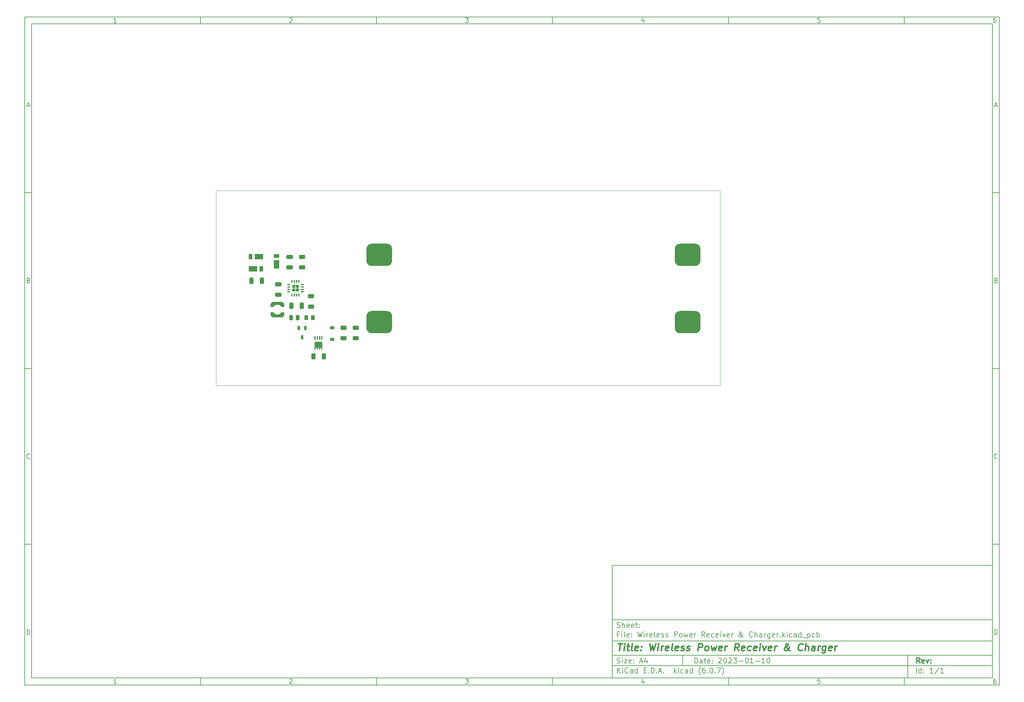
<source format=gbr>
%TF.GenerationSoftware,KiCad,Pcbnew,(6.0.7)*%
%TF.CreationDate,2023-01-12T19:29:25+03:00*%
%TF.ProjectId,Wireless Power Receiver & Charger,57697265-6c65-4737-9320-506f77657220,rev?*%
%TF.SameCoordinates,Original*%
%TF.FileFunction,Paste,Top*%
%TF.FilePolarity,Positive*%
%FSLAX46Y46*%
G04 Gerber Fmt 4.6, Leading zero omitted, Abs format (unit mm)*
G04 Created by KiCad (PCBNEW (6.0.7)) date 2023-01-12 19:29:25*
%MOMM*%
%LPD*%
G01*
G04 APERTURE LIST*
G04 Aperture macros list*
%AMRoundRect*
0 Rectangle with rounded corners*
0 $1 Rounding radius*
0 $2 $3 $4 $5 $6 $7 $8 $9 X,Y pos of 4 corners*
0 Add a 4 corners polygon primitive as box body*
4,1,4,$2,$3,$4,$5,$6,$7,$8,$9,$2,$3,0*
0 Add four circle primitives for the rounded corners*
1,1,$1+$1,$2,$3*
1,1,$1+$1,$4,$5*
1,1,$1+$1,$6,$7*
1,1,$1+$1,$8,$9*
0 Add four rect primitives between the rounded corners*
20,1,$1+$1,$2,$3,$4,$5,0*
20,1,$1+$1,$4,$5,$6,$7,0*
20,1,$1+$1,$6,$7,$8,$9,0*
20,1,$1+$1,$8,$9,$2,$3,0*%
%AMFreePoly0*
4,1,11,1.015000,1.170000,0.435000,0.575000,0.435000,-0.575000,1.015000,-1.170000,1.015000,-1.945000,0.125000,-1.945000,-0.435000,-1.395000,-0.435000,1.395000,0.125000,1.945000,1.015000,1.945000,1.015000,1.170000,1.015000,1.170000,$1*%
%AMFreePoly1*
4,1,11,0.435000,1.395000,0.435000,-1.395000,-0.125000,-1.945000,-1.015000,-1.945000,-1.015000,-1.170000,-0.435000,-0.575000,-0.435000,0.575000,-1.015000,1.170000,-1.015000,1.945000,-0.125000,1.945000,0.435000,1.395000,0.435000,1.395000,$1*%
G04 Aperture macros list end*
%ADD10C,0.100000*%
%ADD11C,0.150000*%
%ADD12C,0.300000*%
%ADD13C,0.400000*%
%TA.AperFunction,Profile*%
%ADD14C,0.100000*%
%TD*%
%ADD15R,2.400000X1.500000*%
%ADD16R,1.050000X1.500000*%
%ADD17RoundRect,0.250000X-0.650000X0.325000X-0.650000X-0.325000X0.650000X-0.325000X0.650000X0.325000X0*%
%ADD18RoundRect,0.250000X0.312500X0.625000X-0.312500X0.625000X-0.312500X-0.625000X0.312500X-0.625000X0*%
%ADD19RoundRect,0.227500X-0.227500X-0.227500X0.227500X-0.227500X0.227500X0.227500X-0.227500X0.227500X0*%
%ADD20RoundRect,0.075000X-0.350000X-0.075000X0.350000X-0.075000X0.350000X0.075000X-0.350000X0.075000X0*%
%ADD21RoundRect,0.075000X-0.075000X-0.350000X0.075000X-0.350000X0.075000X0.350000X-0.075000X0.350000X0*%
%ADD22R,0.650000X1.220000*%
%ADD23RoundRect,0.250000X-0.625000X0.312500X-0.625000X-0.312500X0.625000X-0.312500X0.625000X0.312500X0*%
%ADD24FreePoly0,270.000000*%
%ADD25FreePoly1,270.000000*%
%ADD26R,1.500000X2.400000*%
%ADD27R,1.500000X1.050000*%
%ADD28RoundRect,0.250000X0.650000X-0.325000X0.650000X0.325000X-0.650000X0.325000X-0.650000X-0.325000X0*%
%ADD29RoundRect,0.250000X0.325000X0.650000X-0.325000X0.650000X-0.325000X-0.650000X0.325000X-0.650000X0*%
%ADD30RoundRect,0.250000X0.625000X-0.312500X0.625000X0.312500X-0.625000X0.312500X-0.625000X-0.312500X0*%
%ADD31RoundRect,1.587500X-2.082500X-1.587500X2.082500X-1.587500X2.082500X1.587500X-2.082500X1.587500X0*%
%ADD32RoundRect,0.250000X0.262500X0.450000X-0.262500X0.450000X-0.262500X-0.450000X0.262500X-0.450000X0*%
%ADD33RoundRect,0.250000X-0.325000X-0.650000X0.325000X-0.650000X0.325000X0.650000X-0.325000X0.650000X0*%
%ADD34R,1.200000X0.900000*%
%ADD35RoundRect,0.250000X-0.250000X-0.475000X0.250000X-0.475000X0.250000X0.475000X-0.250000X0.475000X0*%
%ADD36RoundRect,0.101250X-0.101250X0.393750X-0.101250X-0.393750X0.101250X-0.393750X0.101250X0.393750X0*%
%ADD37RoundRect,0.101250X-0.101250X0.278750X-0.101250X-0.278750X0.101250X-0.278750X0.101250X0.278750X0*%
%ADD38RoundRect,0.431250X-0.686250X0.431250X-0.686250X-0.431250X0.686250X-0.431250X0.686250X0.431250X0*%
G04 APERTURE END LIST*
D10*
D11*
X177002200Y-166007200D02*
X177002200Y-198007200D01*
X285002200Y-198007200D01*
X285002200Y-166007200D01*
X177002200Y-166007200D01*
D10*
D11*
X10000000Y-10000000D02*
X10000000Y-200007200D01*
X287002200Y-200007200D01*
X287002200Y-10000000D01*
X10000000Y-10000000D01*
D10*
D11*
X12000000Y-12000000D02*
X12000000Y-198007200D01*
X285002200Y-198007200D01*
X285002200Y-12000000D01*
X12000000Y-12000000D01*
D10*
D11*
X60000000Y-12000000D02*
X60000000Y-10000000D01*
D10*
D11*
X110000000Y-12000000D02*
X110000000Y-10000000D01*
D10*
D11*
X160000000Y-12000000D02*
X160000000Y-10000000D01*
D10*
D11*
X210000000Y-12000000D02*
X210000000Y-10000000D01*
D10*
D11*
X260000000Y-12000000D02*
X260000000Y-10000000D01*
D10*
D11*
X36065476Y-11588095D02*
X35322619Y-11588095D01*
X35694047Y-11588095D02*
X35694047Y-10288095D01*
X35570238Y-10473809D01*
X35446428Y-10597619D01*
X35322619Y-10659523D01*
D10*
D11*
X85322619Y-10411904D02*
X85384523Y-10350000D01*
X85508333Y-10288095D01*
X85817857Y-10288095D01*
X85941666Y-10350000D01*
X86003571Y-10411904D01*
X86065476Y-10535714D01*
X86065476Y-10659523D01*
X86003571Y-10845238D01*
X85260714Y-11588095D01*
X86065476Y-11588095D01*
D10*
D11*
X135260714Y-10288095D02*
X136065476Y-10288095D01*
X135632142Y-10783333D01*
X135817857Y-10783333D01*
X135941666Y-10845238D01*
X136003571Y-10907142D01*
X136065476Y-11030952D01*
X136065476Y-11340476D01*
X136003571Y-11464285D01*
X135941666Y-11526190D01*
X135817857Y-11588095D01*
X135446428Y-11588095D01*
X135322619Y-11526190D01*
X135260714Y-11464285D01*
D10*
D11*
X185941666Y-10721428D02*
X185941666Y-11588095D01*
X185632142Y-10226190D02*
X185322619Y-11154761D01*
X186127380Y-11154761D01*
D10*
D11*
X236003571Y-10288095D02*
X235384523Y-10288095D01*
X235322619Y-10907142D01*
X235384523Y-10845238D01*
X235508333Y-10783333D01*
X235817857Y-10783333D01*
X235941666Y-10845238D01*
X236003571Y-10907142D01*
X236065476Y-11030952D01*
X236065476Y-11340476D01*
X236003571Y-11464285D01*
X235941666Y-11526190D01*
X235817857Y-11588095D01*
X235508333Y-11588095D01*
X235384523Y-11526190D01*
X235322619Y-11464285D01*
D10*
D11*
X285941666Y-10288095D02*
X285694047Y-10288095D01*
X285570238Y-10350000D01*
X285508333Y-10411904D01*
X285384523Y-10597619D01*
X285322619Y-10845238D01*
X285322619Y-11340476D01*
X285384523Y-11464285D01*
X285446428Y-11526190D01*
X285570238Y-11588095D01*
X285817857Y-11588095D01*
X285941666Y-11526190D01*
X286003571Y-11464285D01*
X286065476Y-11340476D01*
X286065476Y-11030952D01*
X286003571Y-10907142D01*
X285941666Y-10845238D01*
X285817857Y-10783333D01*
X285570238Y-10783333D01*
X285446428Y-10845238D01*
X285384523Y-10907142D01*
X285322619Y-11030952D01*
D10*
D11*
X60000000Y-198007200D02*
X60000000Y-200007200D01*
D10*
D11*
X110000000Y-198007200D02*
X110000000Y-200007200D01*
D10*
D11*
X160000000Y-198007200D02*
X160000000Y-200007200D01*
D10*
D11*
X210000000Y-198007200D02*
X210000000Y-200007200D01*
D10*
D11*
X260000000Y-198007200D02*
X260000000Y-200007200D01*
D10*
D11*
X36065476Y-199595295D02*
X35322619Y-199595295D01*
X35694047Y-199595295D02*
X35694047Y-198295295D01*
X35570238Y-198481009D01*
X35446428Y-198604819D01*
X35322619Y-198666723D01*
D10*
D11*
X85322619Y-198419104D02*
X85384523Y-198357200D01*
X85508333Y-198295295D01*
X85817857Y-198295295D01*
X85941666Y-198357200D01*
X86003571Y-198419104D01*
X86065476Y-198542914D01*
X86065476Y-198666723D01*
X86003571Y-198852438D01*
X85260714Y-199595295D01*
X86065476Y-199595295D01*
D10*
D11*
X135260714Y-198295295D02*
X136065476Y-198295295D01*
X135632142Y-198790533D01*
X135817857Y-198790533D01*
X135941666Y-198852438D01*
X136003571Y-198914342D01*
X136065476Y-199038152D01*
X136065476Y-199347676D01*
X136003571Y-199471485D01*
X135941666Y-199533390D01*
X135817857Y-199595295D01*
X135446428Y-199595295D01*
X135322619Y-199533390D01*
X135260714Y-199471485D01*
D10*
D11*
X185941666Y-198728628D02*
X185941666Y-199595295D01*
X185632142Y-198233390D02*
X185322619Y-199161961D01*
X186127380Y-199161961D01*
D10*
D11*
X236003571Y-198295295D02*
X235384523Y-198295295D01*
X235322619Y-198914342D01*
X235384523Y-198852438D01*
X235508333Y-198790533D01*
X235817857Y-198790533D01*
X235941666Y-198852438D01*
X236003571Y-198914342D01*
X236065476Y-199038152D01*
X236065476Y-199347676D01*
X236003571Y-199471485D01*
X235941666Y-199533390D01*
X235817857Y-199595295D01*
X235508333Y-199595295D01*
X235384523Y-199533390D01*
X235322619Y-199471485D01*
D10*
D11*
X285941666Y-198295295D02*
X285694047Y-198295295D01*
X285570238Y-198357200D01*
X285508333Y-198419104D01*
X285384523Y-198604819D01*
X285322619Y-198852438D01*
X285322619Y-199347676D01*
X285384523Y-199471485D01*
X285446428Y-199533390D01*
X285570238Y-199595295D01*
X285817857Y-199595295D01*
X285941666Y-199533390D01*
X286003571Y-199471485D01*
X286065476Y-199347676D01*
X286065476Y-199038152D01*
X286003571Y-198914342D01*
X285941666Y-198852438D01*
X285817857Y-198790533D01*
X285570238Y-198790533D01*
X285446428Y-198852438D01*
X285384523Y-198914342D01*
X285322619Y-199038152D01*
D10*
D11*
X10000000Y-60000000D02*
X12000000Y-60000000D01*
D10*
D11*
X10000000Y-110000000D02*
X12000000Y-110000000D01*
D10*
D11*
X10000000Y-160000000D02*
X12000000Y-160000000D01*
D10*
D11*
X10690476Y-35216666D02*
X11309523Y-35216666D01*
X10566666Y-35588095D02*
X11000000Y-34288095D01*
X11433333Y-35588095D01*
D10*
D11*
X11092857Y-84907142D02*
X11278571Y-84969047D01*
X11340476Y-85030952D01*
X11402380Y-85154761D01*
X11402380Y-85340476D01*
X11340476Y-85464285D01*
X11278571Y-85526190D01*
X11154761Y-85588095D01*
X10659523Y-85588095D01*
X10659523Y-84288095D01*
X11092857Y-84288095D01*
X11216666Y-84350000D01*
X11278571Y-84411904D01*
X11340476Y-84535714D01*
X11340476Y-84659523D01*
X11278571Y-84783333D01*
X11216666Y-84845238D01*
X11092857Y-84907142D01*
X10659523Y-84907142D01*
D10*
D11*
X11402380Y-135464285D02*
X11340476Y-135526190D01*
X11154761Y-135588095D01*
X11030952Y-135588095D01*
X10845238Y-135526190D01*
X10721428Y-135402380D01*
X10659523Y-135278571D01*
X10597619Y-135030952D01*
X10597619Y-134845238D01*
X10659523Y-134597619D01*
X10721428Y-134473809D01*
X10845238Y-134350000D01*
X11030952Y-134288095D01*
X11154761Y-134288095D01*
X11340476Y-134350000D01*
X11402380Y-134411904D01*
D10*
D11*
X10659523Y-185588095D02*
X10659523Y-184288095D01*
X10969047Y-184288095D01*
X11154761Y-184350000D01*
X11278571Y-184473809D01*
X11340476Y-184597619D01*
X11402380Y-184845238D01*
X11402380Y-185030952D01*
X11340476Y-185278571D01*
X11278571Y-185402380D01*
X11154761Y-185526190D01*
X10969047Y-185588095D01*
X10659523Y-185588095D01*
D10*
D11*
X287002200Y-60000000D02*
X285002200Y-60000000D01*
D10*
D11*
X287002200Y-110000000D02*
X285002200Y-110000000D01*
D10*
D11*
X287002200Y-160000000D02*
X285002200Y-160000000D01*
D10*
D11*
X285692676Y-35216666D02*
X286311723Y-35216666D01*
X285568866Y-35588095D02*
X286002200Y-34288095D01*
X286435533Y-35588095D01*
D10*
D11*
X286095057Y-84907142D02*
X286280771Y-84969047D01*
X286342676Y-85030952D01*
X286404580Y-85154761D01*
X286404580Y-85340476D01*
X286342676Y-85464285D01*
X286280771Y-85526190D01*
X286156961Y-85588095D01*
X285661723Y-85588095D01*
X285661723Y-84288095D01*
X286095057Y-84288095D01*
X286218866Y-84350000D01*
X286280771Y-84411904D01*
X286342676Y-84535714D01*
X286342676Y-84659523D01*
X286280771Y-84783333D01*
X286218866Y-84845238D01*
X286095057Y-84907142D01*
X285661723Y-84907142D01*
D10*
D11*
X286404580Y-135464285D02*
X286342676Y-135526190D01*
X286156961Y-135588095D01*
X286033152Y-135588095D01*
X285847438Y-135526190D01*
X285723628Y-135402380D01*
X285661723Y-135278571D01*
X285599819Y-135030952D01*
X285599819Y-134845238D01*
X285661723Y-134597619D01*
X285723628Y-134473809D01*
X285847438Y-134350000D01*
X286033152Y-134288095D01*
X286156961Y-134288095D01*
X286342676Y-134350000D01*
X286404580Y-134411904D01*
D10*
D11*
X285661723Y-185588095D02*
X285661723Y-184288095D01*
X285971247Y-184288095D01*
X286156961Y-184350000D01*
X286280771Y-184473809D01*
X286342676Y-184597619D01*
X286404580Y-184845238D01*
X286404580Y-185030952D01*
X286342676Y-185278571D01*
X286280771Y-185402380D01*
X286156961Y-185526190D01*
X285971247Y-185588095D01*
X285661723Y-185588095D01*
D10*
D11*
X200434342Y-193785771D02*
X200434342Y-192285771D01*
X200791485Y-192285771D01*
X201005771Y-192357200D01*
X201148628Y-192500057D01*
X201220057Y-192642914D01*
X201291485Y-192928628D01*
X201291485Y-193142914D01*
X201220057Y-193428628D01*
X201148628Y-193571485D01*
X201005771Y-193714342D01*
X200791485Y-193785771D01*
X200434342Y-193785771D01*
X202577200Y-193785771D02*
X202577200Y-193000057D01*
X202505771Y-192857200D01*
X202362914Y-192785771D01*
X202077200Y-192785771D01*
X201934342Y-192857200D01*
X202577200Y-193714342D02*
X202434342Y-193785771D01*
X202077200Y-193785771D01*
X201934342Y-193714342D01*
X201862914Y-193571485D01*
X201862914Y-193428628D01*
X201934342Y-193285771D01*
X202077200Y-193214342D01*
X202434342Y-193214342D01*
X202577200Y-193142914D01*
X203077200Y-192785771D02*
X203648628Y-192785771D01*
X203291485Y-192285771D02*
X203291485Y-193571485D01*
X203362914Y-193714342D01*
X203505771Y-193785771D01*
X203648628Y-193785771D01*
X204720057Y-193714342D02*
X204577200Y-193785771D01*
X204291485Y-193785771D01*
X204148628Y-193714342D01*
X204077200Y-193571485D01*
X204077200Y-193000057D01*
X204148628Y-192857200D01*
X204291485Y-192785771D01*
X204577200Y-192785771D01*
X204720057Y-192857200D01*
X204791485Y-193000057D01*
X204791485Y-193142914D01*
X204077200Y-193285771D01*
X205434342Y-193642914D02*
X205505771Y-193714342D01*
X205434342Y-193785771D01*
X205362914Y-193714342D01*
X205434342Y-193642914D01*
X205434342Y-193785771D01*
X205434342Y-192857200D02*
X205505771Y-192928628D01*
X205434342Y-193000057D01*
X205362914Y-192928628D01*
X205434342Y-192857200D01*
X205434342Y-193000057D01*
X207220057Y-192428628D02*
X207291485Y-192357200D01*
X207434342Y-192285771D01*
X207791485Y-192285771D01*
X207934342Y-192357200D01*
X208005771Y-192428628D01*
X208077200Y-192571485D01*
X208077200Y-192714342D01*
X208005771Y-192928628D01*
X207148628Y-193785771D01*
X208077200Y-193785771D01*
X209005771Y-192285771D02*
X209148628Y-192285771D01*
X209291485Y-192357200D01*
X209362914Y-192428628D01*
X209434342Y-192571485D01*
X209505771Y-192857200D01*
X209505771Y-193214342D01*
X209434342Y-193500057D01*
X209362914Y-193642914D01*
X209291485Y-193714342D01*
X209148628Y-193785771D01*
X209005771Y-193785771D01*
X208862914Y-193714342D01*
X208791485Y-193642914D01*
X208720057Y-193500057D01*
X208648628Y-193214342D01*
X208648628Y-192857200D01*
X208720057Y-192571485D01*
X208791485Y-192428628D01*
X208862914Y-192357200D01*
X209005771Y-192285771D01*
X210077200Y-192428628D02*
X210148628Y-192357200D01*
X210291485Y-192285771D01*
X210648628Y-192285771D01*
X210791485Y-192357200D01*
X210862914Y-192428628D01*
X210934342Y-192571485D01*
X210934342Y-192714342D01*
X210862914Y-192928628D01*
X210005771Y-193785771D01*
X210934342Y-193785771D01*
X211434342Y-192285771D02*
X212362914Y-192285771D01*
X211862914Y-192857200D01*
X212077200Y-192857200D01*
X212220057Y-192928628D01*
X212291485Y-193000057D01*
X212362914Y-193142914D01*
X212362914Y-193500057D01*
X212291485Y-193642914D01*
X212220057Y-193714342D01*
X212077200Y-193785771D01*
X211648628Y-193785771D01*
X211505771Y-193714342D01*
X211434342Y-193642914D01*
X213005771Y-193214342D02*
X214148628Y-193214342D01*
X215148628Y-192285771D02*
X215291485Y-192285771D01*
X215434342Y-192357200D01*
X215505771Y-192428628D01*
X215577200Y-192571485D01*
X215648628Y-192857200D01*
X215648628Y-193214342D01*
X215577200Y-193500057D01*
X215505771Y-193642914D01*
X215434342Y-193714342D01*
X215291485Y-193785771D01*
X215148628Y-193785771D01*
X215005771Y-193714342D01*
X214934342Y-193642914D01*
X214862914Y-193500057D01*
X214791485Y-193214342D01*
X214791485Y-192857200D01*
X214862914Y-192571485D01*
X214934342Y-192428628D01*
X215005771Y-192357200D01*
X215148628Y-192285771D01*
X217077200Y-193785771D02*
X216220057Y-193785771D01*
X216648628Y-193785771D02*
X216648628Y-192285771D01*
X216505771Y-192500057D01*
X216362914Y-192642914D01*
X216220057Y-192714342D01*
X217720057Y-193214342D02*
X218862914Y-193214342D01*
X220362914Y-193785771D02*
X219505771Y-193785771D01*
X219934342Y-193785771D02*
X219934342Y-192285771D01*
X219791485Y-192500057D01*
X219648628Y-192642914D01*
X219505771Y-192714342D01*
X221291485Y-192285771D02*
X221434342Y-192285771D01*
X221577200Y-192357200D01*
X221648628Y-192428628D01*
X221720057Y-192571485D01*
X221791485Y-192857200D01*
X221791485Y-193214342D01*
X221720057Y-193500057D01*
X221648628Y-193642914D01*
X221577200Y-193714342D01*
X221434342Y-193785771D01*
X221291485Y-193785771D01*
X221148628Y-193714342D01*
X221077200Y-193642914D01*
X221005771Y-193500057D01*
X220934342Y-193214342D01*
X220934342Y-192857200D01*
X221005771Y-192571485D01*
X221077200Y-192428628D01*
X221148628Y-192357200D01*
X221291485Y-192285771D01*
D10*
D11*
X177002200Y-194507200D02*
X285002200Y-194507200D01*
D10*
D11*
X178434342Y-196585771D02*
X178434342Y-195085771D01*
X179291485Y-196585771D02*
X178648628Y-195728628D01*
X179291485Y-195085771D02*
X178434342Y-195942914D01*
X179934342Y-196585771D02*
X179934342Y-195585771D01*
X179934342Y-195085771D02*
X179862914Y-195157200D01*
X179934342Y-195228628D01*
X180005771Y-195157200D01*
X179934342Y-195085771D01*
X179934342Y-195228628D01*
X181505771Y-196442914D02*
X181434342Y-196514342D01*
X181220057Y-196585771D01*
X181077200Y-196585771D01*
X180862914Y-196514342D01*
X180720057Y-196371485D01*
X180648628Y-196228628D01*
X180577200Y-195942914D01*
X180577200Y-195728628D01*
X180648628Y-195442914D01*
X180720057Y-195300057D01*
X180862914Y-195157200D01*
X181077200Y-195085771D01*
X181220057Y-195085771D01*
X181434342Y-195157200D01*
X181505771Y-195228628D01*
X182791485Y-196585771D02*
X182791485Y-195800057D01*
X182720057Y-195657200D01*
X182577200Y-195585771D01*
X182291485Y-195585771D01*
X182148628Y-195657200D01*
X182791485Y-196514342D02*
X182648628Y-196585771D01*
X182291485Y-196585771D01*
X182148628Y-196514342D01*
X182077200Y-196371485D01*
X182077200Y-196228628D01*
X182148628Y-196085771D01*
X182291485Y-196014342D01*
X182648628Y-196014342D01*
X182791485Y-195942914D01*
X184148628Y-196585771D02*
X184148628Y-195085771D01*
X184148628Y-196514342D02*
X184005771Y-196585771D01*
X183720057Y-196585771D01*
X183577200Y-196514342D01*
X183505771Y-196442914D01*
X183434342Y-196300057D01*
X183434342Y-195871485D01*
X183505771Y-195728628D01*
X183577200Y-195657200D01*
X183720057Y-195585771D01*
X184005771Y-195585771D01*
X184148628Y-195657200D01*
X186005771Y-195800057D02*
X186505771Y-195800057D01*
X186720057Y-196585771D02*
X186005771Y-196585771D01*
X186005771Y-195085771D01*
X186720057Y-195085771D01*
X187362914Y-196442914D02*
X187434342Y-196514342D01*
X187362914Y-196585771D01*
X187291485Y-196514342D01*
X187362914Y-196442914D01*
X187362914Y-196585771D01*
X188077200Y-196585771D02*
X188077200Y-195085771D01*
X188434342Y-195085771D01*
X188648628Y-195157200D01*
X188791485Y-195300057D01*
X188862914Y-195442914D01*
X188934342Y-195728628D01*
X188934342Y-195942914D01*
X188862914Y-196228628D01*
X188791485Y-196371485D01*
X188648628Y-196514342D01*
X188434342Y-196585771D01*
X188077200Y-196585771D01*
X189577200Y-196442914D02*
X189648628Y-196514342D01*
X189577200Y-196585771D01*
X189505771Y-196514342D01*
X189577200Y-196442914D01*
X189577200Y-196585771D01*
X190220057Y-196157200D02*
X190934342Y-196157200D01*
X190077200Y-196585771D02*
X190577200Y-195085771D01*
X191077200Y-196585771D01*
X191577200Y-196442914D02*
X191648628Y-196514342D01*
X191577200Y-196585771D01*
X191505771Y-196514342D01*
X191577200Y-196442914D01*
X191577200Y-196585771D01*
X194577200Y-196585771D02*
X194577200Y-195085771D01*
X194720057Y-196014342D02*
X195148628Y-196585771D01*
X195148628Y-195585771D02*
X194577200Y-196157200D01*
X195791485Y-196585771D02*
X195791485Y-195585771D01*
X195791485Y-195085771D02*
X195720057Y-195157200D01*
X195791485Y-195228628D01*
X195862914Y-195157200D01*
X195791485Y-195085771D01*
X195791485Y-195228628D01*
X197148628Y-196514342D02*
X197005771Y-196585771D01*
X196720057Y-196585771D01*
X196577200Y-196514342D01*
X196505771Y-196442914D01*
X196434342Y-196300057D01*
X196434342Y-195871485D01*
X196505771Y-195728628D01*
X196577200Y-195657200D01*
X196720057Y-195585771D01*
X197005771Y-195585771D01*
X197148628Y-195657200D01*
X198434342Y-196585771D02*
X198434342Y-195800057D01*
X198362914Y-195657200D01*
X198220057Y-195585771D01*
X197934342Y-195585771D01*
X197791485Y-195657200D01*
X198434342Y-196514342D02*
X198291485Y-196585771D01*
X197934342Y-196585771D01*
X197791485Y-196514342D01*
X197720057Y-196371485D01*
X197720057Y-196228628D01*
X197791485Y-196085771D01*
X197934342Y-196014342D01*
X198291485Y-196014342D01*
X198434342Y-195942914D01*
X199791485Y-196585771D02*
X199791485Y-195085771D01*
X199791485Y-196514342D02*
X199648628Y-196585771D01*
X199362914Y-196585771D01*
X199220057Y-196514342D01*
X199148628Y-196442914D01*
X199077200Y-196300057D01*
X199077200Y-195871485D01*
X199148628Y-195728628D01*
X199220057Y-195657200D01*
X199362914Y-195585771D01*
X199648628Y-195585771D01*
X199791485Y-195657200D01*
X202077200Y-197157200D02*
X202005771Y-197085771D01*
X201862914Y-196871485D01*
X201791485Y-196728628D01*
X201720057Y-196514342D01*
X201648628Y-196157200D01*
X201648628Y-195871485D01*
X201720057Y-195514342D01*
X201791485Y-195300057D01*
X201862914Y-195157200D01*
X202005771Y-194942914D01*
X202077200Y-194871485D01*
X203291485Y-195085771D02*
X203005771Y-195085771D01*
X202862914Y-195157200D01*
X202791485Y-195228628D01*
X202648628Y-195442914D01*
X202577200Y-195728628D01*
X202577200Y-196300057D01*
X202648628Y-196442914D01*
X202720057Y-196514342D01*
X202862914Y-196585771D01*
X203148628Y-196585771D01*
X203291485Y-196514342D01*
X203362914Y-196442914D01*
X203434342Y-196300057D01*
X203434342Y-195942914D01*
X203362914Y-195800057D01*
X203291485Y-195728628D01*
X203148628Y-195657200D01*
X202862914Y-195657200D01*
X202720057Y-195728628D01*
X202648628Y-195800057D01*
X202577200Y-195942914D01*
X204077200Y-196442914D02*
X204148628Y-196514342D01*
X204077200Y-196585771D01*
X204005771Y-196514342D01*
X204077200Y-196442914D01*
X204077200Y-196585771D01*
X205077200Y-195085771D02*
X205220057Y-195085771D01*
X205362914Y-195157200D01*
X205434342Y-195228628D01*
X205505771Y-195371485D01*
X205577200Y-195657200D01*
X205577200Y-196014342D01*
X205505771Y-196300057D01*
X205434342Y-196442914D01*
X205362914Y-196514342D01*
X205220057Y-196585771D01*
X205077200Y-196585771D01*
X204934342Y-196514342D01*
X204862914Y-196442914D01*
X204791485Y-196300057D01*
X204720057Y-196014342D01*
X204720057Y-195657200D01*
X204791485Y-195371485D01*
X204862914Y-195228628D01*
X204934342Y-195157200D01*
X205077200Y-195085771D01*
X206220057Y-196442914D02*
X206291485Y-196514342D01*
X206220057Y-196585771D01*
X206148628Y-196514342D01*
X206220057Y-196442914D01*
X206220057Y-196585771D01*
X206791485Y-195085771D02*
X207791485Y-195085771D01*
X207148628Y-196585771D01*
X208220057Y-197157200D02*
X208291485Y-197085771D01*
X208434342Y-196871485D01*
X208505771Y-196728628D01*
X208577200Y-196514342D01*
X208648628Y-196157200D01*
X208648628Y-195871485D01*
X208577200Y-195514342D01*
X208505771Y-195300057D01*
X208434342Y-195157200D01*
X208291485Y-194942914D01*
X208220057Y-194871485D01*
D10*
D11*
X177002200Y-191507200D02*
X285002200Y-191507200D01*
D10*
D12*
X264411485Y-193785771D02*
X263911485Y-193071485D01*
X263554342Y-193785771D02*
X263554342Y-192285771D01*
X264125771Y-192285771D01*
X264268628Y-192357200D01*
X264340057Y-192428628D01*
X264411485Y-192571485D01*
X264411485Y-192785771D01*
X264340057Y-192928628D01*
X264268628Y-193000057D01*
X264125771Y-193071485D01*
X263554342Y-193071485D01*
X265625771Y-193714342D02*
X265482914Y-193785771D01*
X265197200Y-193785771D01*
X265054342Y-193714342D01*
X264982914Y-193571485D01*
X264982914Y-193000057D01*
X265054342Y-192857200D01*
X265197200Y-192785771D01*
X265482914Y-192785771D01*
X265625771Y-192857200D01*
X265697200Y-193000057D01*
X265697200Y-193142914D01*
X264982914Y-193285771D01*
X266197200Y-192785771D02*
X266554342Y-193785771D01*
X266911485Y-192785771D01*
X267482914Y-193642914D02*
X267554342Y-193714342D01*
X267482914Y-193785771D01*
X267411485Y-193714342D01*
X267482914Y-193642914D01*
X267482914Y-193785771D01*
X267482914Y-192857200D02*
X267554342Y-192928628D01*
X267482914Y-193000057D01*
X267411485Y-192928628D01*
X267482914Y-192857200D01*
X267482914Y-193000057D01*
D10*
D11*
X178362914Y-193714342D02*
X178577200Y-193785771D01*
X178934342Y-193785771D01*
X179077200Y-193714342D01*
X179148628Y-193642914D01*
X179220057Y-193500057D01*
X179220057Y-193357200D01*
X179148628Y-193214342D01*
X179077200Y-193142914D01*
X178934342Y-193071485D01*
X178648628Y-193000057D01*
X178505771Y-192928628D01*
X178434342Y-192857200D01*
X178362914Y-192714342D01*
X178362914Y-192571485D01*
X178434342Y-192428628D01*
X178505771Y-192357200D01*
X178648628Y-192285771D01*
X179005771Y-192285771D01*
X179220057Y-192357200D01*
X179862914Y-193785771D02*
X179862914Y-192785771D01*
X179862914Y-192285771D02*
X179791485Y-192357200D01*
X179862914Y-192428628D01*
X179934342Y-192357200D01*
X179862914Y-192285771D01*
X179862914Y-192428628D01*
X180434342Y-192785771D02*
X181220057Y-192785771D01*
X180434342Y-193785771D01*
X181220057Y-193785771D01*
X182362914Y-193714342D02*
X182220057Y-193785771D01*
X181934342Y-193785771D01*
X181791485Y-193714342D01*
X181720057Y-193571485D01*
X181720057Y-193000057D01*
X181791485Y-192857200D01*
X181934342Y-192785771D01*
X182220057Y-192785771D01*
X182362914Y-192857200D01*
X182434342Y-193000057D01*
X182434342Y-193142914D01*
X181720057Y-193285771D01*
X183077200Y-193642914D02*
X183148628Y-193714342D01*
X183077200Y-193785771D01*
X183005771Y-193714342D01*
X183077200Y-193642914D01*
X183077200Y-193785771D01*
X183077200Y-192857200D02*
X183148628Y-192928628D01*
X183077200Y-193000057D01*
X183005771Y-192928628D01*
X183077200Y-192857200D01*
X183077200Y-193000057D01*
X184862914Y-193357200D02*
X185577200Y-193357200D01*
X184720057Y-193785771D02*
X185220057Y-192285771D01*
X185720057Y-193785771D01*
X186862914Y-192785771D02*
X186862914Y-193785771D01*
X186505771Y-192214342D02*
X186148628Y-193285771D01*
X187077200Y-193285771D01*
D10*
D11*
X263434342Y-196585771D02*
X263434342Y-195085771D01*
X264791485Y-196585771D02*
X264791485Y-195085771D01*
X264791485Y-196514342D02*
X264648628Y-196585771D01*
X264362914Y-196585771D01*
X264220057Y-196514342D01*
X264148628Y-196442914D01*
X264077200Y-196300057D01*
X264077200Y-195871485D01*
X264148628Y-195728628D01*
X264220057Y-195657200D01*
X264362914Y-195585771D01*
X264648628Y-195585771D01*
X264791485Y-195657200D01*
X265505771Y-196442914D02*
X265577200Y-196514342D01*
X265505771Y-196585771D01*
X265434342Y-196514342D01*
X265505771Y-196442914D01*
X265505771Y-196585771D01*
X265505771Y-195657200D02*
X265577200Y-195728628D01*
X265505771Y-195800057D01*
X265434342Y-195728628D01*
X265505771Y-195657200D01*
X265505771Y-195800057D01*
X268148628Y-196585771D02*
X267291485Y-196585771D01*
X267720057Y-196585771D02*
X267720057Y-195085771D01*
X267577200Y-195300057D01*
X267434342Y-195442914D01*
X267291485Y-195514342D01*
X269862914Y-195014342D02*
X268577200Y-196942914D01*
X271148628Y-196585771D02*
X270291485Y-196585771D01*
X270720057Y-196585771D02*
X270720057Y-195085771D01*
X270577200Y-195300057D01*
X270434342Y-195442914D01*
X270291485Y-195514342D01*
D10*
D11*
X177002200Y-187507200D02*
X285002200Y-187507200D01*
D10*
D13*
X178714580Y-188211961D02*
X179857438Y-188211961D01*
X179036009Y-190211961D02*
X179286009Y-188211961D01*
X180274104Y-190211961D02*
X180440771Y-188878628D01*
X180524104Y-188211961D02*
X180416961Y-188307200D01*
X180500295Y-188402438D01*
X180607438Y-188307200D01*
X180524104Y-188211961D01*
X180500295Y-188402438D01*
X181107438Y-188878628D02*
X181869342Y-188878628D01*
X181476485Y-188211961D02*
X181262200Y-189926247D01*
X181333628Y-190116723D01*
X181512200Y-190211961D01*
X181702676Y-190211961D01*
X182655057Y-190211961D02*
X182476485Y-190116723D01*
X182405057Y-189926247D01*
X182619342Y-188211961D01*
X184190771Y-190116723D02*
X183988390Y-190211961D01*
X183607438Y-190211961D01*
X183428866Y-190116723D01*
X183357438Y-189926247D01*
X183452676Y-189164342D01*
X183571723Y-188973866D01*
X183774104Y-188878628D01*
X184155057Y-188878628D01*
X184333628Y-188973866D01*
X184405057Y-189164342D01*
X184381247Y-189354819D01*
X183405057Y-189545295D01*
X185155057Y-190021485D02*
X185238390Y-190116723D01*
X185131247Y-190211961D01*
X185047914Y-190116723D01*
X185155057Y-190021485D01*
X185131247Y-190211961D01*
X185286009Y-188973866D02*
X185369342Y-189069104D01*
X185262200Y-189164342D01*
X185178866Y-189069104D01*
X185286009Y-188973866D01*
X185262200Y-189164342D01*
X187666961Y-188211961D02*
X187893152Y-190211961D01*
X188452676Y-188783390D01*
X188655057Y-190211961D01*
X189381247Y-188211961D01*
X189893152Y-190211961D02*
X190059819Y-188878628D01*
X190143152Y-188211961D02*
X190036009Y-188307200D01*
X190119342Y-188402438D01*
X190226485Y-188307200D01*
X190143152Y-188211961D01*
X190119342Y-188402438D01*
X190845533Y-190211961D02*
X191012200Y-188878628D01*
X190964580Y-189259580D02*
X191083628Y-189069104D01*
X191190771Y-188973866D01*
X191393152Y-188878628D01*
X191583628Y-188878628D01*
X192857438Y-190116723D02*
X192655057Y-190211961D01*
X192274104Y-190211961D01*
X192095533Y-190116723D01*
X192024104Y-189926247D01*
X192119342Y-189164342D01*
X192238390Y-188973866D01*
X192440771Y-188878628D01*
X192821723Y-188878628D01*
X193000295Y-188973866D01*
X193071723Y-189164342D01*
X193047914Y-189354819D01*
X192071723Y-189545295D01*
X194083628Y-190211961D02*
X193905057Y-190116723D01*
X193833628Y-189926247D01*
X194047914Y-188211961D01*
X195619342Y-190116723D02*
X195416961Y-190211961D01*
X195036009Y-190211961D01*
X194857438Y-190116723D01*
X194786009Y-189926247D01*
X194881247Y-189164342D01*
X195000295Y-188973866D01*
X195202676Y-188878628D01*
X195583628Y-188878628D01*
X195762200Y-188973866D01*
X195833628Y-189164342D01*
X195809819Y-189354819D01*
X194833628Y-189545295D01*
X196476485Y-190116723D02*
X196655057Y-190211961D01*
X197036009Y-190211961D01*
X197238390Y-190116723D01*
X197357438Y-189926247D01*
X197369342Y-189831009D01*
X197297914Y-189640533D01*
X197119342Y-189545295D01*
X196833628Y-189545295D01*
X196655057Y-189450057D01*
X196583628Y-189259580D01*
X196595533Y-189164342D01*
X196714580Y-188973866D01*
X196916961Y-188878628D01*
X197202676Y-188878628D01*
X197381247Y-188973866D01*
X198095533Y-190116723D02*
X198274104Y-190211961D01*
X198655057Y-190211961D01*
X198857438Y-190116723D01*
X198976485Y-189926247D01*
X198988390Y-189831009D01*
X198916961Y-189640533D01*
X198738390Y-189545295D01*
X198452676Y-189545295D01*
X198274104Y-189450057D01*
X198202676Y-189259580D01*
X198214580Y-189164342D01*
X198333628Y-188973866D01*
X198536009Y-188878628D01*
X198821723Y-188878628D01*
X199000295Y-188973866D01*
X201321723Y-190211961D02*
X201571723Y-188211961D01*
X202333628Y-188211961D01*
X202512200Y-188307200D01*
X202595533Y-188402438D01*
X202666961Y-188592914D01*
X202631247Y-188878628D01*
X202512200Y-189069104D01*
X202405057Y-189164342D01*
X202202676Y-189259580D01*
X201440771Y-189259580D01*
X203607438Y-190211961D02*
X203428866Y-190116723D01*
X203345533Y-190021485D01*
X203274104Y-189831009D01*
X203345533Y-189259580D01*
X203464580Y-189069104D01*
X203571723Y-188973866D01*
X203774104Y-188878628D01*
X204059819Y-188878628D01*
X204238390Y-188973866D01*
X204321723Y-189069104D01*
X204393152Y-189259580D01*
X204321723Y-189831009D01*
X204202676Y-190021485D01*
X204095533Y-190116723D01*
X203893152Y-190211961D01*
X203607438Y-190211961D01*
X205107438Y-188878628D02*
X205321723Y-190211961D01*
X205821723Y-189259580D01*
X206083628Y-190211961D01*
X206631247Y-188878628D01*
X208000295Y-190116723D02*
X207797914Y-190211961D01*
X207416961Y-190211961D01*
X207238390Y-190116723D01*
X207166961Y-189926247D01*
X207262200Y-189164342D01*
X207381247Y-188973866D01*
X207583628Y-188878628D01*
X207964580Y-188878628D01*
X208143152Y-188973866D01*
X208214580Y-189164342D01*
X208190771Y-189354819D01*
X207214580Y-189545295D01*
X208940771Y-190211961D02*
X209107438Y-188878628D01*
X209059819Y-189259580D02*
X209178866Y-189069104D01*
X209286009Y-188973866D01*
X209488390Y-188878628D01*
X209678866Y-188878628D01*
X212845533Y-190211961D02*
X212297914Y-189259580D01*
X211702676Y-190211961D02*
X211952676Y-188211961D01*
X212714580Y-188211961D01*
X212893152Y-188307200D01*
X212976485Y-188402438D01*
X213047914Y-188592914D01*
X213012200Y-188878628D01*
X212893152Y-189069104D01*
X212786009Y-189164342D01*
X212583628Y-189259580D01*
X211821723Y-189259580D01*
X214476485Y-190116723D02*
X214274104Y-190211961D01*
X213893152Y-190211961D01*
X213714580Y-190116723D01*
X213643152Y-189926247D01*
X213738390Y-189164342D01*
X213857438Y-188973866D01*
X214059819Y-188878628D01*
X214440771Y-188878628D01*
X214619342Y-188973866D01*
X214690771Y-189164342D01*
X214666961Y-189354819D01*
X213690771Y-189545295D01*
X216286009Y-190116723D02*
X216083628Y-190211961D01*
X215702676Y-190211961D01*
X215524104Y-190116723D01*
X215440771Y-190021485D01*
X215369342Y-189831009D01*
X215440771Y-189259580D01*
X215559819Y-189069104D01*
X215666961Y-188973866D01*
X215869342Y-188878628D01*
X216250295Y-188878628D01*
X216428866Y-188973866D01*
X217905057Y-190116723D02*
X217702676Y-190211961D01*
X217321723Y-190211961D01*
X217143152Y-190116723D01*
X217071723Y-189926247D01*
X217166961Y-189164342D01*
X217286009Y-188973866D01*
X217488390Y-188878628D01*
X217869342Y-188878628D01*
X218047914Y-188973866D01*
X218119342Y-189164342D01*
X218095533Y-189354819D01*
X217119342Y-189545295D01*
X218845533Y-190211961D02*
X219012200Y-188878628D01*
X219095533Y-188211961D02*
X218988390Y-188307200D01*
X219071723Y-188402438D01*
X219178866Y-188307200D01*
X219095533Y-188211961D01*
X219071723Y-188402438D01*
X219774104Y-188878628D02*
X220083628Y-190211961D01*
X220726485Y-188878628D01*
X222095533Y-190116723D02*
X221893152Y-190211961D01*
X221512200Y-190211961D01*
X221333628Y-190116723D01*
X221262200Y-189926247D01*
X221357438Y-189164342D01*
X221476485Y-188973866D01*
X221678866Y-188878628D01*
X222059819Y-188878628D01*
X222238390Y-188973866D01*
X222309819Y-189164342D01*
X222286009Y-189354819D01*
X221309819Y-189545295D01*
X223036009Y-190211961D02*
X223202676Y-188878628D01*
X223155057Y-189259580D02*
X223274104Y-189069104D01*
X223381247Y-188973866D01*
X223583628Y-188878628D01*
X223774104Y-188878628D01*
X227416961Y-190211961D02*
X227321723Y-190211961D01*
X227143152Y-190116723D01*
X226893152Y-189831009D01*
X226488390Y-189259580D01*
X226333628Y-188973866D01*
X226274104Y-188688152D01*
X226297914Y-188497676D01*
X226416961Y-188307200D01*
X226619342Y-188211961D01*
X226714580Y-188211961D01*
X226893152Y-188307200D01*
X226964580Y-188497676D01*
X226952676Y-188592914D01*
X226833628Y-188783390D01*
X226726485Y-188878628D01*
X226107438Y-189259580D01*
X226000295Y-189354819D01*
X225881247Y-189545295D01*
X225845533Y-189831009D01*
X225916961Y-190021485D01*
X226000295Y-190116723D01*
X226178866Y-190211961D01*
X226464580Y-190211961D01*
X226666961Y-190116723D01*
X226774104Y-190021485D01*
X227107438Y-189640533D01*
X227238390Y-189354819D01*
X227262200Y-189164342D01*
X230964580Y-190021485D02*
X230857438Y-190116723D01*
X230559819Y-190211961D01*
X230369342Y-190211961D01*
X230095533Y-190116723D01*
X229928866Y-189926247D01*
X229857438Y-189735771D01*
X229809819Y-189354819D01*
X229845533Y-189069104D01*
X229988390Y-188688152D01*
X230107438Y-188497676D01*
X230321723Y-188307200D01*
X230619342Y-188211961D01*
X230809819Y-188211961D01*
X231083628Y-188307200D01*
X231166961Y-188402438D01*
X231797914Y-190211961D02*
X232047914Y-188211961D01*
X232655057Y-190211961D02*
X232786009Y-189164342D01*
X232714580Y-188973866D01*
X232536009Y-188878628D01*
X232250295Y-188878628D01*
X232047914Y-188973866D01*
X231940771Y-189069104D01*
X234464580Y-190211961D02*
X234595533Y-189164342D01*
X234524104Y-188973866D01*
X234345533Y-188878628D01*
X233964580Y-188878628D01*
X233762200Y-188973866D01*
X234476485Y-190116723D02*
X234274104Y-190211961D01*
X233797914Y-190211961D01*
X233619342Y-190116723D01*
X233547914Y-189926247D01*
X233571723Y-189735771D01*
X233690771Y-189545295D01*
X233893152Y-189450057D01*
X234369342Y-189450057D01*
X234571723Y-189354819D01*
X235416961Y-190211961D02*
X235583628Y-188878628D01*
X235536009Y-189259580D02*
X235655057Y-189069104D01*
X235762200Y-188973866D01*
X235964580Y-188878628D01*
X236155057Y-188878628D01*
X237678866Y-188878628D02*
X237476485Y-190497676D01*
X237357438Y-190688152D01*
X237250295Y-190783390D01*
X237047914Y-190878628D01*
X236762200Y-190878628D01*
X236583628Y-190783390D01*
X237524104Y-190116723D02*
X237321723Y-190211961D01*
X236940771Y-190211961D01*
X236762200Y-190116723D01*
X236678866Y-190021485D01*
X236607438Y-189831009D01*
X236678866Y-189259580D01*
X236797914Y-189069104D01*
X236905057Y-188973866D01*
X237107438Y-188878628D01*
X237488390Y-188878628D01*
X237666961Y-188973866D01*
X239238390Y-190116723D02*
X239036009Y-190211961D01*
X238655057Y-190211961D01*
X238476485Y-190116723D01*
X238405057Y-189926247D01*
X238500295Y-189164342D01*
X238619342Y-188973866D01*
X238821723Y-188878628D01*
X239202676Y-188878628D01*
X239381247Y-188973866D01*
X239452676Y-189164342D01*
X239428866Y-189354819D01*
X238452676Y-189545295D01*
X240178866Y-190211961D02*
X240345533Y-188878628D01*
X240297914Y-189259580D02*
X240416961Y-189069104D01*
X240524104Y-188973866D01*
X240726485Y-188878628D01*
X240916961Y-188878628D01*
D10*
D11*
X178934342Y-185600057D02*
X178434342Y-185600057D01*
X178434342Y-186385771D02*
X178434342Y-184885771D01*
X179148628Y-184885771D01*
X179720057Y-186385771D02*
X179720057Y-185385771D01*
X179720057Y-184885771D02*
X179648628Y-184957200D01*
X179720057Y-185028628D01*
X179791485Y-184957200D01*
X179720057Y-184885771D01*
X179720057Y-185028628D01*
X180648628Y-186385771D02*
X180505771Y-186314342D01*
X180434342Y-186171485D01*
X180434342Y-184885771D01*
X181791485Y-186314342D02*
X181648628Y-186385771D01*
X181362914Y-186385771D01*
X181220057Y-186314342D01*
X181148628Y-186171485D01*
X181148628Y-185600057D01*
X181220057Y-185457200D01*
X181362914Y-185385771D01*
X181648628Y-185385771D01*
X181791485Y-185457200D01*
X181862914Y-185600057D01*
X181862914Y-185742914D01*
X181148628Y-185885771D01*
X182505771Y-186242914D02*
X182577200Y-186314342D01*
X182505771Y-186385771D01*
X182434342Y-186314342D01*
X182505771Y-186242914D01*
X182505771Y-186385771D01*
X182505771Y-185457200D02*
X182577200Y-185528628D01*
X182505771Y-185600057D01*
X182434342Y-185528628D01*
X182505771Y-185457200D01*
X182505771Y-185600057D01*
X184220057Y-184885771D02*
X184577200Y-186385771D01*
X184862914Y-185314342D01*
X185148628Y-186385771D01*
X185505771Y-184885771D01*
X186077200Y-186385771D02*
X186077200Y-185385771D01*
X186077200Y-184885771D02*
X186005771Y-184957200D01*
X186077200Y-185028628D01*
X186148628Y-184957200D01*
X186077200Y-184885771D01*
X186077200Y-185028628D01*
X186791485Y-186385771D02*
X186791485Y-185385771D01*
X186791485Y-185671485D02*
X186862914Y-185528628D01*
X186934342Y-185457200D01*
X187077200Y-185385771D01*
X187220057Y-185385771D01*
X188291485Y-186314342D02*
X188148628Y-186385771D01*
X187862914Y-186385771D01*
X187720057Y-186314342D01*
X187648628Y-186171485D01*
X187648628Y-185600057D01*
X187720057Y-185457200D01*
X187862914Y-185385771D01*
X188148628Y-185385771D01*
X188291485Y-185457200D01*
X188362914Y-185600057D01*
X188362914Y-185742914D01*
X187648628Y-185885771D01*
X189220057Y-186385771D02*
X189077200Y-186314342D01*
X189005771Y-186171485D01*
X189005771Y-184885771D01*
X190362914Y-186314342D02*
X190220057Y-186385771D01*
X189934342Y-186385771D01*
X189791485Y-186314342D01*
X189720057Y-186171485D01*
X189720057Y-185600057D01*
X189791485Y-185457200D01*
X189934342Y-185385771D01*
X190220057Y-185385771D01*
X190362914Y-185457200D01*
X190434342Y-185600057D01*
X190434342Y-185742914D01*
X189720057Y-185885771D01*
X191005771Y-186314342D02*
X191148628Y-186385771D01*
X191434342Y-186385771D01*
X191577200Y-186314342D01*
X191648628Y-186171485D01*
X191648628Y-186100057D01*
X191577200Y-185957200D01*
X191434342Y-185885771D01*
X191220057Y-185885771D01*
X191077200Y-185814342D01*
X191005771Y-185671485D01*
X191005771Y-185600057D01*
X191077200Y-185457200D01*
X191220057Y-185385771D01*
X191434342Y-185385771D01*
X191577200Y-185457200D01*
X192220057Y-186314342D02*
X192362914Y-186385771D01*
X192648628Y-186385771D01*
X192791485Y-186314342D01*
X192862914Y-186171485D01*
X192862914Y-186100057D01*
X192791485Y-185957200D01*
X192648628Y-185885771D01*
X192434342Y-185885771D01*
X192291485Y-185814342D01*
X192220057Y-185671485D01*
X192220057Y-185600057D01*
X192291485Y-185457200D01*
X192434342Y-185385771D01*
X192648628Y-185385771D01*
X192791485Y-185457200D01*
X194648628Y-186385771D02*
X194648628Y-184885771D01*
X195220057Y-184885771D01*
X195362914Y-184957200D01*
X195434342Y-185028628D01*
X195505771Y-185171485D01*
X195505771Y-185385771D01*
X195434342Y-185528628D01*
X195362914Y-185600057D01*
X195220057Y-185671485D01*
X194648628Y-185671485D01*
X196362914Y-186385771D02*
X196220057Y-186314342D01*
X196148628Y-186242914D01*
X196077200Y-186100057D01*
X196077200Y-185671485D01*
X196148628Y-185528628D01*
X196220057Y-185457200D01*
X196362914Y-185385771D01*
X196577200Y-185385771D01*
X196720057Y-185457200D01*
X196791485Y-185528628D01*
X196862914Y-185671485D01*
X196862914Y-186100057D01*
X196791485Y-186242914D01*
X196720057Y-186314342D01*
X196577200Y-186385771D01*
X196362914Y-186385771D01*
X197362914Y-185385771D02*
X197648628Y-186385771D01*
X197934342Y-185671485D01*
X198220057Y-186385771D01*
X198505771Y-185385771D01*
X199648628Y-186314342D02*
X199505771Y-186385771D01*
X199220057Y-186385771D01*
X199077200Y-186314342D01*
X199005771Y-186171485D01*
X199005771Y-185600057D01*
X199077200Y-185457200D01*
X199220057Y-185385771D01*
X199505771Y-185385771D01*
X199648628Y-185457200D01*
X199720057Y-185600057D01*
X199720057Y-185742914D01*
X199005771Y-185885771D01*
X200362914Y-186385771D02*
X200362914Y-185385771D01*
X200362914Y-185671485D02*
X200434342Y-185528628D01*
X200505771Y-185457200D01*
X200648628Y-185385771D01*
X200791485Y-185385771D01*
X203291485Y-186385771D02*
X202791485Y-185671485D01*
X202434342Y-186385771D02*
X202434342Y-184885771D01*
X203005771Y-184885771D01*
X203148628Y-184957200D01*
X203220057Y-185028628D01*
X203291485Y-185171485D01*
X203291485Y-185385771D01*
X203220057Y-185528628D01*
X203148628Y-185600057D01*
X203005771Y-185671485D01*
X202434342Y-185671485D01*
X204505771Y-186314342D02*
X204362914Y-186385771D01*
X204077200Y-186385771D01*
X203934342Y-186314342D01*
X203862914Y-186171485D01*
X203862914Y-185600057D01*
X203934342Y-185457200D01*
X204077200Y-185385771D01*
X204362914Y-185385771D01*
X204505771Y-185457200D01*
X204577200Y-185600057D01*
X204577200Y-185742914D01*
X203862914Y-185885771D01*
X205862914Y-186314342D02*
X205720057Y-186385771D01*
X205434342Y-186385771D01*
X205291485Y-186314342D01*
X205220057Y-186242914D01*
X205148628Y-186100057D01*
X205148628Y-185671485D01*
X205220057Y-185528628D01*
X205291485Y-185457200D01*
X205434342Y-185385771D01*
X205720057Y-185385771D01*
X205862914Y-185457200D01*
X207077200Y-186314342D02*
X206934342Y-186385771D01*
X206648628Y-186385771D01*
X206505771Y-186314342D01*
X206434342Y-186171485D01*
X206434342Y-185600057D01*
X206505771Y-185457200D01*
X206648628Y-185385771D01*
X206934342Y-185385771D01*
X207077200Y-185457200D01*
X207148628Y-185600057D01*
X207148628Y-185742914D01*
X206434342Y-185885771D01*
X207791485Y-186385771D02*
X207791485Y-185385771D01*
X207791485Y-184885771D02*
X207720057Y-184957200D01*
X207791485Y-185028628D01*
X207862914Y-184957200D01*
X207791485Y-184885771D01*
X207791485Y-185028628D01*
X208362914Y-185385771D02*
X208720057Y-186385771D01*
X209077200Y-185385771D01*
X210220057Y-186314342D02*
X210077200Y-186385771D01*
X209791485Y-186385771D01*
X209648628Y-186314342D01*
X209577200Y-186171485D01*
X209577200Y-185600057D01*
X209648628Y-185457200D01*
X209791485Y-185385771D01*
X210077200Y-185385771D01*
X210220057Y-185457200D01*
X210291485Y-185600057D01*
X210291485Y-185742914D01*
X209577200Y-185885771D01*
X210934342Y-186385771D02*
X210934342Y-185385771D01*
X210934342Y-185671485D02*
X211005771Y-185528628D01*
X211077200Y-185457200D01*
X211220057Y-185385771D01*
X211362914Y-185385771D01*
X214220057Y-186385771D02*
X214148628Y-186385771D01*
X214005771Y-186314342D01*
X213791485Y-186100057D01*
X213434342Y-185671485D01*
X213291485Y-185457200D01*
X213220057Y-185242914D01*
X213220057Y-185100057D01*
X213291485Y-184957200D01*
X213434342Y-184885771D01*
X213505771Y-184885771D01*
X213648628Y-184957200D01*
X213720057Y-185100057D01*
X213720057Y-185171485D01*
X213648628Y-185314342D01*
X213577200Y-185385771D01*
X213148628Y-185671485D01*
X213077200Y-185742914D01*
X213005771Y-185885771D01*
X213005771Y-186100057D01*
X213077200Y-186242914D01*
X213148628Y-186314342D01*
X213291485Y-186385771D01*
X213505771Y-186385771D01*
X213648628Y-186314342D01*
X213720057Y-186242914D01*
X213934342Y-185957200D01*
X214005771Y-185742914D01*
X214005771Y-185600057D01*
X216862914Y-186242914D02*
X216791485Y-186314342D01*
X216577200Y-186385771D01*
X216434342Y-186385771D01*
X216220057Y-186314342D01*
X216077200Y-186171485D01*
X216005771Y-186028628D01*
X215934342Y-185742914D01*
X215934342Y-185528628D01*
X216005771Y-185242914D01*
X216077200Y-185100057D01*
X216220057Y-184957200D01*
X216434342Y-184885771D01*
X216577200Y-184885771D01*
X216791485Y-184957200D01*
X216862914Y-185028628D01*
X217505771Y-186385771D02*
X217505771Y-184885771D01*
X218148628Y-186385771D02*
X218148628Y-185600057D01*
X218077200Y-185457200D01*
X217934342Y-185385771D01*
X217720057Y-185385771D01*
X217577200Y-185457200D01*
X217505771Y-185528628D01*
X219505771Y-186385771D02*
X219505771Y-185600057D01*
X219434342Y-185457200D01*
X219291485Y-185385771D01*
X219005771Y-185385771D01*
X218862914Y-185457200D01*
X219505771Y-186314342D02*
X219362914Y-186385771D01*
X219005771Y-186385771D01*
X218862914Y-186314342D01*
X218791485Y-186171485D01*
X218791485Y-186028628D01*
X218862914Y-185885771D01*
X219005771Y-185814342D01*
X219362914Y-185814342D01*
X219505771Y-185742914D01*
X220220057Y-186385771D02*
X220220057Y-185385771D01*
X220220057Y-185671485D02*
X220291485Y-185528628D01*
X220362914Y-185457200D01*
X220505771Y-185385771D01*
X220648628Y-185385771D01*
X221791485Y-185385771D02*
X221791485Y-186600057D01*
X221720057Y-186742914D01*
X221648628Y-186814342D01*
X221505771Y-186885771D01*
X221291485Y-186885771D01*
X221148628Y-186814342D01*
X221791485Y-186314342D02*
X221648628Y-186385771D01*
X221362914Y-186385771D01*
X221220057Y-186314342D01*
X221148628Y-186242914D01*
X221077200Y-186100057D01*
X221077200Y-185671485D01*
X221148628Y-185528628D01*
X221220057Y-185457200D01*
X221362914Y-185385771D01*
X221648628Y-185385771D01*
X221791485Y-185457200D01*
X223077200Y-186314342D02*
X222934342Y-186385771D01*
X222648628Y-186385771D01*
X222505771Y-186314342D01*
X222434342Y-186171485D01*
X222434342Y-185600057D01*
X222505771Y-185457200D01*
X222648628Y-185385771D01*
X222934342Y-185385771D01*
X223077200Y-185457200D01*
X223148628Y-185600057D01*
X223148628Y-185742914D01*
X222434342Y-185885771D01*
X223791485Y-186385771D02*
X223791485Y-185385771D01*
X223791485Y-185671485D02*
X223862914Y-185528628D01*
X223934342Y-185457200D01*
X224077200Y-185385771D01*
X224220057Y-185385771D01*
X224720057Y-186242914D02*
X224791485Y-186314342D01*
X224720057Y-186385771D01*
X224648628Y-186314342D01*
X224720057Y-186242914D01*
X224720057Y-186385771D01*
X225434342Y-186385771D02*
X225434342Y-184885771D01*
X225577200Y-185814342D02*
X226005771Y-186385771D01*
X226005771Y-185385771D02*
X225434342Y-185957200D01*
X226648628Y-186385771D02*
X226648628Y-185385771D01*
X226648628Y-184885771D02*
X226577200Y-184957200D01*
X226648628Y-185028628D01*
X226720057Y-184957200D01*
X226648628Y-184885771D01*
X226648628Y-185028628D01*
X228005771Y-186314342D02*
X227862914Y-186385771D01*
X227577200Y-186385771D01*
X227434342Y-186314342D01*
X227362914Y-186242914D01*
X227291485Y-186100057D01*
X227291485Y-185671485D01*
X227362914Y-185528628D01*
X227434342Y-185457200D01*
X227577200Y-185385771D01*
X227862914Y-185385771D01*
X228005771Y-185457200D01*
X229291485Y-186385771D02*
X229291485Y-185600057D01*
X229220057Y-185457200D01*
X229077200Y-185385771D01*
X228791485Y-185385771D01*
X228648628Y-185457200D01*
X229291485Y-186314342D02*
X229148628Y-186385771D01*
X228791485Y-186385771D01*
X228648628Y-186314342D01*
X228577200Y-186171485D01*
X228577200Y-186028628D01*
X228648628Y-185885771D01*
X228791485Y-185814342D01*
X229148628Y-185814342D01*
X229291485Y-185742914D01*
X230648628Y-186385771D02*
X230648628Y-184885771D01*
X230648628Y-186314342D02*
X230505771Y-186385771D01*
X230220057Y-186385771D01*
X230077200Y-186314342D01*
X230005771Y-186242914D01*
X229934342Y-186100057D01*
X229934342Y-185671485D01*
X230005771Y-185528628D01*
X230077200Y-185457200D01*
X230220057Y-185385771D01*
X230505771Y-185385771D01*
X230648628Y-185457200D01*
X231005771Y-186528628D02*
X232148628Y-186528628D01*
X232505771Y-185385771D02*
X232505771Y-186885771D01*
X232505771Y-185457200D02*
X232648628Y-185385771D01*
X232934342Y-185385771D01*
X233077200Y-185457200D01*
X233148628Y-185528628D01*
X233220057Y-185671485D01*
X233220057Y-186100057D01*
X233148628Y-186242914D01*
X233077200Y-186314342D01*
X232934342Y-186385771D01*
X232648628Y-186385771D01*
X232505771Y-186314342D01*
X234505771Y-186314342D02*
X234362914Y-186385771D01*
X234077200Y-186385771D01*
X233934342Y-186314342D01*
X233862914Y-186242914D01*
X233791485Y-186100057D01*
X233791485Y-185671485D01*
X233862914Y-185528628D01*
X233934342Y-185457200D01*
X234077200Y-185385771D01*
X234362914Y-185385771D01*
X234505771Y-185457200D01*
X235148628Y-186385771D02*
X235148628Y-184885771D01*
X235148628Y-185457200D02*
X235291485Y-185385771D01*
X235577200Y-185385771D01*
X235720057Y-185457200D01*
X235791485Y-185528628D01*
X235862914Y-185671485D01*
X235862914Y-186100057D01*
X235791485Y-186242914D01*
X235720057Y-186314342D01*
X235577200Y-186385771D01*
X235291485Y-186385771D01*
X235148628Y-186314342D01*
D10*
D11*
X177002200Y-181507200D02*
X285002200Y-181507200D01*
D10*
D11*
X178362914Y-183614342D02*
X178577200Y-183685771D01*
X178934342Y-183685771D01*
X179077200Y-183614342D01*
X179148628Y-183542914D01*
X179220057Y-183400057D01*
X179220057Y-183257200D01*
X179148628Y-183114342D01*
X179077200Y-183042914D01*
X178934342Y-182971485D01*
X178648628Y-182900057D01*
X178505771Y-182828628D01*
X178434342Y-182757200D01*
X178362914Y-182614342D01*
X178362914Y-182471485D01*
X178434342Y-182328628D01*
X178505771Y-182257200D01*
X178648628Y-182185771D01*
X179005771Y-182185771D01*
X179220057Y-182257200D01*
X179862914Y-183685771D02*
X179862914Y-182185771D01*
X180505771Y-183685771D02*
X180505771Y-182900057D01*
X180434342Y-182757200D01*
X180291485Y-182685771D01*
X180077200Y-182685771D01*
X179934342Y-182757200D01*
X179862914Y-182828628D01*
X181791485Y-183614342D02*
X181648628Y-183685771D01*
X181362914Y-183685771D01*
X181220057Y-183614342D01*
X181148628Y-183471485D01*
X181148628Y-182900057D01*
X181220057Y-182757200D01*
X181362914Y-182685771D01*
X181648628Y-182685771D01*
X181791485Y-182757200D01*
X181862914Y-182900057D01*
X181862914Y-183042914D01*
X181148628Y-183185771D01*
X183077200Y-183614342D02*
X182934342Y-183685771D01*
X182648628Y-183685771D01*
X182505771Y-183614342D01*
X182434342Y-183471485D01*
X182434342Y-182900057D01*
X182505771Y-182757200D01*
X182648628Y-182685771D01*
X182934342Y-182685771D01*
X183077200Y-182757200D01*
X183148628Y-182900057D01*
X183148628Y-183042914D01*
X182434342Y-183185771D01*
X183577200Y-182685771D02*
X184148628Y-182685771D01*
X183791485Y-182185771D02*
X183791485Y-183471485D01*
X183862914Y-183614342D01*
X184005771Y-183685771D01*
X184148628Y-183685771D01*
X184648628Y-183542914D02*
X184720057Y-183614342D01*
X184648628Y-183685771D01*
X184577200Y-183614342D01*
X184648628Y-183542914D01*
X184648628Y-183685771D01*
X184648628Y-182757200D02*
X184720057Y-182828628D01*
X184648628Y-182900057D01*
X184577200Y-182828628D01*
X184648628Y-182757200D01*
X184648628Y-182900057D01*
D10*
D12*
D10*
D11*
D10*
D11*
D10*
D11*
D10*
D11*
D10*
D11*
X197002200Y-191507200D02*
X197002200Y-194507200D01*
D10*
D11*
X261002200Y-191507200D02*
X261002200Y-198007200D01*
D14*
X64375000Y-59400000D02*
X207600000Y-59400000D01*
X207600000Y-59400000D02*
X207600000Y-114825000D01*
X207600000Y-114825000D02*
X64375000Y-114825000D01*
X64375000Y-114825000D02*
X64375000Y-59400000D01*
D15*
%TO.C,D1*%
X74900000Y-81625000D03*
D16*
X77275000Y-81625000D03*
%TD*%
D17*
%TO.C,C3*%
X85300000Y-78255000D03*
X85300000Y-81205000D03*
%TD*%
D18*
%TO.C,R4*%
X95012500Y-106550000D03*
X92087500Y-106550000D03*
%TD*%
D19*
%TO.C,U1*%
X87500000Y-86625000D03*
X87500000Y-87675000D03*
X86450000Y-87675000D03*
X86450000Y-86625000D03*
D20*
X85025000Y-86175000D03*
X85025000Y-86825000D03*
X85025000Y-87475000D03*
X85025000Y-88125000D03*
D21*
X86000000Y-89100000D03*
X86650000Y-89100000D03*
X87300000Y-89100000D03*
X87950000Y-89100000D03*
D20*
X88925000Y-88125000D03*
X88925000Y-87475000D03*
X88925000Y-86825000D03*
X88925000Y-86175000D03*
D21*
X87950000Y-85200000D03*
X87300000Y-85200000D03*
X86650000Y-85200000D03*
X86000000Y-85200000D03*
%TD*%
D15*
%TO.C,D2*%
X76600000Y-78175000D03*
D16*
X74225000Y-78175000D03*
%TD*%
D22*
%TO.C,Q1*%
X89800000Y-98515000D03*
X87900000Y-98515000D03*
X88850000Y-101135000D03*
%TD*%
D23*
%TO.C,R2*%
X91400000Y-89437500D03*
X91400000Y-92362500D03*
%TD*%
D24*
%TO.C,L2*%
X81800000Y-91510000D03*
D25*
X81800000Y-95040000D03*
%TD*%
D26*
%TO.C,D3*%
X81600000Y-80380000D03*
D27*
X81600000Y-78005000D03*
%TD*%
D28*
%TO.C,C4*%
X82100000Y-89025000D03*
X82100000Y-86075000D03*
%TD*%
D29*
%TO.C,C1*%
X77425000Y-85025000D03*
X74475000Y-85025000D03*
%TD*%
D30*
%TO.C,R1*%
X88850000Y-81212500D03*
X88850000Y-78287500D03*
%TD*%
D31*
%TO.C,U2*%
X110800000Y-77695000D03*
X110800000Y-96805000D03*
X198400000Y-96805000D03*
X198400000Y-77695000D03*
%TD*%
D23*
%TO.C,R5*%
X100650000Y-98437500D03*
X100650000Y-101362500D03*
%TD*%
D32*
%TO.C,R3*%
X91887500Y-95525000D03*
X90062500Y-95525000D03*
%TD*%
D23*
%TO.C,R6*%
X104075000Y-98437500D03*
X104075000Y-101362500D03*
%TD*%
D33*
%TO.C,C2*%
X85825000Y-92125000D03*
X88775000Y-92125000D03*
%TD*%
D34*
%TO.C,D4*%
X97400000Y-98425000D03*
X97400000Y-101725000D03*
%TD*%
D35*
%TO.C,C5*%
X85700000Y-95550000D03*
X87600000Y-95550000D03*
%TD*%
D36*
%TO.C,Q2*%
X92492500Y-101270000D03*
X93152500Y-101270000D03*
X93812500Y-101270000D03*
X94472500Y-101270000D03*
D37*
X94472500Y-104255000D03*
X93812500Y-104255000D03*
X93152500Y-104255000D03*
X92487500Y-104255000D03*
D38*
X93480000Y-103262500D03*
%TD*%
M02*

</source>
